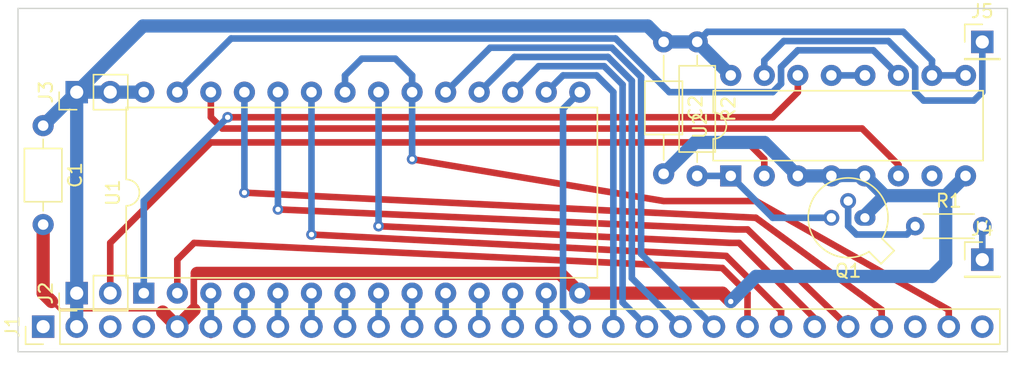
<source format=kicad_pcb>
(kicad_pcb (version 20171130) (host pcbnew "(5.1.12)-1")

  (general
    (thickness 1.6)
    (drawings 4)
    (tracks 161)
    (zones 0)
    (modules 12)
    (nets 33)
  )

  (page A4)
  (layers
    (0 F.Cu signal)
    (31 B.Cu signal)
    (32 B.Adhes user)
    (33 F.Adhes user)
    (34 B.Paste user)
    (35 F.Paste user)
    (36 B.SilkS user)
    (37 F.SilkS user)
    (38 B.Mask user)
    (39 F.Mask user)
    (40 Dwgs.User user)
    (41 Cmts.User user)
    (42 Eco1.User user)
    (43 Eco2.User user)
    (44 Edge.Cuts user)
    (45 Margin user)
    (46 B.CrtYd user)
    (47 F.CrtYd user)
    (48 B.Fab user)
    (49 F.Fab user)
  )

  (setup
    (last_trace_width 0.5)
    (user_trace_width 0.5)
    (user_trace_width 1)
    (trace_clearance 0.2)
    (zone_clearance 0.508)
    (zone_45_only no)
    (trace_min 0.2)
    (via_size 0.8)
    (via_drill 0.4)
    (via_min_size 0.4)
    (via_min_drill 0.3)
    (uvia_size 0.3)
    (uvia_drill 0.1)
    (uvias_allowed no)
    (uvia_min_size 0.2)
    (uvia_min_drill 0.1)
    (edge_width 0.05)
    (segment_width 0.2)
    (pcb_text_width 0.3)
    (pcb_text_size 1.5 1.5)
    (mod_edge_width 0.12)
    (mod_text_size 1 1)
    (mod_text_width 0.15)
    (pad_size 1.524 1.524)
    (pad_drill 0.762)
    (pad_to_mask_clearance 0)
    (aux_axis_origin 0 0)
    (visible_elements FFFFFF7F)
    (pcbplotparams
      (layerselection 0x010fc_ffffffff)
      (usegerberextensions false)
      (usegerberattributes true)
      (usegerberadvancedattributes true)
      (creategerberjobfile true)
      (excludeedgelayer true)
      (linewidth 0.100000)
      (plotframeref false)
      (viasonmask false)
      (mode 1)
      (useauxorigin false)
      (hpglpennumber 1)
      (hpglpenspeed 20)
      (hpglpendiameter 15.000000)
      (psnegative false)
      (psa4output false)
      (plotreference true)
      (plotvalue true)
      (plotinvisibletext false)
      (padsonsilk false)
      (subtractmaskfromsilk false)
      (outputformat 1)
      (mirror false)
      (drillshape 1)
      (scaleselection 1)
      (outputdirectory ""))
  )

  (net 0 "")
  (net 1 GND)
  (net 2 VCC)
  (net 3 /CS)
  (net 4 /A8)
  (net 5 /A9)
  (net 6 /A10)
  (net 7 /A11)
  (net 8 /A12)
  (net 9 /D7)
  (net 10 /D6)
  (net 11 /D5)
  (net 12 /D4)
  (net 13 /D3)
  (net 14 /D2)
  (net 15 /D1)
  (net 16 /D0)
  (net 17 /A0)
  (net 18 /A1)
  (net 19 /A2)
  (net 20 /A3)
  (net 21 /A4)
  (net 22 /A5)
  (net 23 /A6)
  (net 24 /A7)
  (net 25 /A16)
  (net 26 "Net-(J4-Pad1)")
  (net 27 "Net-(J5-Pad1)")
  (net 28 "Net-(Q1-Pad3)")
  (net 29 "Net-(Q1-Pad2)")
  (net 30 /A14)
  (net 31 /A13)
  (net 32 /A15)

  (net_class Default "This is the default net class."
    (clearance 0.2)
    (trace_width 0.25)
    (via_dia 0.8)
    (via_drill 0.4)
    (uvia_dia 0.3)
    (uvia_drill 0.1)
    (add_net /A0)
    (add_net /A1)
    (add_net /A10)
    (add_net /A11)
    (add_net /A12)
    (add_net /A13)
    (add_net /A14)
    (add_net /A15)
    (add_net /A16)
    (add_net /A2)
    (add_net /A3)
    (add_net /A4)
    (add_net /A5)
    (add_net /A6)
    (add_net /A7)
    (add_net /A8)
    (add_net /A9)
    (add_net /CS)
    (add_net /D0)
    (add_net /D1)
    (add_net /D2)
    (add_net /D3)
    (add_net /D4)
    (add_net /D5)
    (add_net /D6)
    (add_net /D7)
    (add_net GND)
    (add_net "Net-(J4-Pad1)")
    (add_net "Net-(J5-Pad1)")
    (add_net "Net-(Q1-Pad2)")
    (add_net "Net-(Q1-Pad3)")
    (add_net VCC)
  )

  (module Package_TO_SOT_THT:TO-18-3 (layer F.Cu) (tedit 5A02FF81) (tstamp 627FF573)
    (at 133.35 86.995 180)
    (descr TO-18-3)
    (tags TO-18-3)
    (path /6296642A)
    (fp_text reference Q1 (at 1.27 -4.02) (layer F.SilkS)
      (effects (font (size 1 1) (thickness 0.15)))
    )
    (fp_text value BC107 (at 1.27 4.02) (layer F.Fab)
      (effects (font (size 1 1) (thickness 0.15)))
    )
    (fp_arc (start 1.27 0) (end -0.312331 -2.572281) (angle 333.2) (layer F.SilkS) (width 0.12))
    (fp_arc (start 1.27 0) (end -0.329057 -2.419301) (angle 336.9) (layer F.Fab) (width 0.1))
    (fp_text user %R (at 1.27 -4.02) (layer F.Fab)
      (effects (font (size 1 1) (thickness 0.15)))
    )
    (fp_line (start -0.329057 -2.419301) (end -1.156372 -3.246616) (layer F.Fab) (width 0.1))
    (fp_line (start -1.156372 -3.246616) (end -1.976616 -2.426372) (layer F.Fab) (width 0.1))
    (fp_line (start -1.976616 -2.426372) (end -1.149301 -1.599057) (layer F.Fab) (width 0.1))
    (fp_line (start -0.312331 -2.572281) (end -1.224499 -3.484448) (layer F.SilkS) (width 0.12))
    (fp_line (start -1.224499 -3.484448) (end -2.214448 -2.494499) (layer F.SilkS) (width 0.12))
    (fp_line (start -2.214448 -2.494499) (end -1.302281 -1.582331) (layer F.SilkS) (width 0.12))
    (fp_line (start -2.23 -3.5) (end -2.23 3.15) (layer F.CrtYd) (width 0.05))
    (fp_line (start -2.23 3.15) (end 4.42 3.15) (layer F.CrtYd) (width 0.05))
    (fp_line (start 4.42 3.15) (end 4.42 -3.5) (layer F.CrtYd) (width 0.05))
    (fp_line (start 4.42 -3.5) (end -2.23 -3.5) (layer F.CrtYd) (width 0.05))
    (fp_circle (center 1.27 0) (end 3.67 0) (layer F.Fab) (width 0.1))
    (pad 3 thru_hole oval (at 2.54 0 180) (size 1.2 1.2) (drill 0.7) (layers *.Cu *.Mask)
      (net 28 "Net-(Q1-Pad3)"))
    (pad 2 thru_hole oval (at 1.27 1.27 180) (size 1.2 1.2) (drill 0.7) (layers *.Cu *.Mask)
      (net 29 "Net-(Q1-Pad2)"))
    (pad 1 thru_hole oval (at 0 0 180) (size 1.6 1.2) (drill 0.7) (layers *.Cu *.Mask)
      (net 1 GND))
    (model ${KISYS3DMOD}/Package_TO_SOT_THT.3dshapes/TO-18-3.wrl
      (at (xyz 0 0 0))
      (scale (xyz 1 1 1))
      (rotate (xyz 0 0 0))
    )
  )

  (module Package_DIP:DIP-16_W7.62mm (layer F.Cu) (tedit 5A02E8C5) (tstamp 627FE054)
    (at 123.19 83.82 90)
    (descr "16-lead though-hole mounted DIP package, row spacing 7.62 mm (300 mils)")
    (tags "THT DIP DIL PDIP 2.54mm 7.62mm 300mil")
    (path /628022E1)
    (fp_text reference U2 (at 3.81 -2.33 90) (layer F.SilkS)
      (effects (font (size 1 1) (thickness 0.15)))
    )
    (fp_text value 4029 (at 3.81 20.11 90) (layer F.Fab)
      (effects (font (size 1 1) (thickness 0.15)))
    )
    (fp_text user %R (at 3.81 8.89 90) (layer F.Fab)
      (effects (font (size 1 1) (thickness 0.15)))
    )
    (fp_arc (start 3.81 -1.33) (end 2.81 -1.33) (angle -180) (layer F.SilkS) (width 0.12))
    (fp_line (start 1.635 -1.27) (end 6.985 -1.27) (layer F.Fab) (width 0.1))
    (fp_line (start 6.985 -1.27) (end 6.985 19.05) (layer F.Fab) (width 0.1))
    (fp_line (start 6.985 19.05) (end 0.635 19.05) (layer F.Fab) (width 0.1))
    (fp_line (start 0.635 19.05) (end 0.635 -0.27) (layer F.Fab) (width 0.1))
    (fp_line (start 0.635 -0.27) (end 1.635 -1.27) (layer F.Fab) (width 0.1))
    (fp_line (start 2.81 -1.33) (end 1.16 -1.33) (layer F.SilkS) (width 0.12))
    (fp_line (start 1.16 -1.33) (end 1.16 19.11) (layer F.SilkS) (width 0.12))
    (fp_line (start 1.16 19.11) (end 6.46 19.11) (layer F.SilkS) (width 0.12))
    (fp_line (start 6.46 19.11) (end 6.46 -1.33) (layer F.SilkS) (width 0.12))
    (fp_line (start 6.46 -1.33) (end 4.81 -1.33) (layer F.SilkS) (width 0.12))
    (fp_line (start -1.1 -1.55) (end -1.1 19.3) (layer F.CrtYd) (width 0.05))
    (fp_line (start -1.1 19.3) (end 8.7 19.3) (layer F.CrtYd) (width 0.05))
    (fp_line (start 8.7 19.3) (end 8.7 -1.55) (layer F.CrtYd) (width 0.05))
    (fp_line (start 8.7 -1.55) (end -1.1 -1.55) (layer F.CrtYd) (width 0.05))
    (pad 16 thru_hole oval (at 7.62 0 90) (size 1.6 1.6) (drill 0.8) (layers *.Cu *.Mask)
      (net 2 VCC))
    (pad 8 thru_hole oval (at 0 17.78 90) (size 1.6 1.6) (drill 0.8) (layers *.Cu *.Mask)
      (net 1 GND))
    (pad 15 thru_hole oval (at 7.62 2.54 90) (size 1.6 1.6) (drill 0.8) (layers *.Cu *.Mask)
      (net 27 "Net-(J5-Pad1)"))
    (pad 7 thru_hole oval (at 0 15.24 90) (size 1.6 1.6) (drill 0.8) (layers *.Cu *.Mask))
    (pad 14 thru_hole oval (at 7.62 5.08 90) (size 1.6 1.6) (drill 0.8) (layers *.Cu *.Mask)
      (net 32 /A15))
    (pad 6 thru_hole oval (at 0 12.7 90) (size 1.6 1.6) (drill 0.8) (layers *.Cu *.Mask)
      (net 31 /A13))
    (pad 13 thru_hole oval (at 7.62 7.62 90) (size 1.6 1.6) (drill 0.8) (layers *.Cu *.Mask)
      (net 1 GND))
    (pad 5 thru_hole oval (at 0 10.16 90) (size 1.6 1.6) (drill 0.8) (layers *.Cu *.Mask)
      (net 1 GND))
    (pad 12 thru_hole oval (at 7.62 10.16 90) (size 1.6 1.6) (drill 0.8) (layers *.Cu *.Mask)
      (net 1 GND))
    (pad 4 thru_hole oval (at 0 7.62 90) (size 1.6 1.6) (drill 0.8) (layers *.Cu *.Mask)
      (net 1 GND))
    (pad 11 thru_hole oval (at 7.62 12.7 90) (size 1.6 1.6) (drill 0.8) (layers *.Cu *.Mask)
      (net 30 /A14))
    (pad 3 thru_hole oval (at 0 5.08 90) (size 1.6 1.6) (drill 0.8) (layers *.Cu *.Mask)
      (net 1 GND))
    (pad 10 thru_hole oval (at 7.62 15.24 90) (size 1.6 1.6) (drill 0.8) (layers *.Cu *.Mask)
      (net 2 VCC))
    (pad 2 thru_hole oval (at 0 2.54 90) (size 1.6 1.6) (drill 0.8) (layers *.Cu *.Mask)
      (net 25 /A16))
    (pad 9 thru_hole oval (at 7.62 17.78 90) (size 1.6 1.6) (drill 0.8) (layers *.Cu *.Mask)
      (net 2 VCC))
    (pad 1 thru_hole rect (at 0 0 90) (size 1.6 1.6) (drill 0.8) (layers *.Cu *.Mask)
      (net 28 "Net-(Q1-Pad3)"))
    (model ${KISYS3DMOD}/Package_DIP.3dshapes/DIP-16_W7.62mm.wrl
      (at (xyz 0 0 0))
      (scale (xyz 1 1 1))
      (rotate (xyz 0 0 0))
    )
  )

  (module Package_DIP:DIP-28_W15.24mm (layer F.Cu) (tedit 5A02E8C5) (tstamp 627FE030)
    (at 78.74 92.71 90)
    (descr "28-lead though-hole mounted DIP package, row spacing 15.24 mm (600 mils)")
    (tags "THT DIP DIL PDIP 2.54mm 15.24mm 600mil")
    (path /627FE5A9)
    (fp_text reference U1 (at 7.62 -2.33 90) (layer F.SilkS)
      (effects (font (size 1 1) (thickness 0.15)))
    )
    (fp_text value 27C512 (at 7.62 35.35 90) (layer F.Fab)
      (effects (font (size 1 1) (thickness 0.15)))
    )
    (fp_text user %R (at 7.62 16.51 90) (layer F.Fab)
      (effects (font (size 1 1) (thickness 0.15)))
    )
    (fp_arc (start 7.62 -1.33) (end 6.62 -1.33) (angle -180) (layer F.SilkS) (width 0.12))
    (fp_line (start 1.255 -1.27) (end 14.985 -1.27) (layer F.Fab) (width 0.1))
    (fp_line (start 14.985 -1.27) (end 14.985 34.29) (layer F.Fab) (width 0.1))
    (fp_line (start 14.985 34.29) (end 0.255 34.29) (layer F.Fab) (width 0.1))
    (fp_line (start 0.255 34.29) (end 0.255 -0.27) (layer F.Fab) (width 0.1))
    (fp_line (start 0.255 -0.27) (end 1.255 -1.27) (layer F.Fab) (width 0.1))
    (fp_line (start 6.62 -1.33) (end 1.16 -1.33) (layer F.SilkS) (width 0.12))
    (fp_line (start 1.16 -1.33) (end 1.16 34.35) (layer F.SilkS) (width 0.12))
    (fp_line (start 1.16 34.35) (end 14.08 34.35) (layer F.SilkS) (width 0.12))
    (fp_line (start 14.08 34.35) (end 14.08 -1.33) (layer F.SilkS) (width 0.12))
    (fp_line (start 14.08 -1.33) (end 8.62 -1.33) (layer F.SilkS) (width 0.12))
    (fp_line (start -1.05 -1.55) (end -1.05 34.55) (layer F.CrtYd) (width 0.05))
    (fp_line (start -1.05 34.55) (end 16.3 34.55) (layer F.CrtYd) (width 0.05))
    (fp_line (start 16.3 34.55) (end 16.3 -1.55) (layer F.CrtYd) (width 0.05))
    (fp_line (start 16.3 -1.55) (end -1.05 -1.55) (layer F.CrtYd) (width 0.05))
    (pad 28 thru_hole oval (at 15.24 0 90) (size 1.6 1.6) (drill 0.8) (layers *.Cu *.Mask)
      (net 2 VCC))
    (pad 14 thru_hole oval (at 0 33.02 90) (size 1.6 1.6) (drill 0.8) (layers *.Cu *.Mask)
      (net 1 GND))
    (pad 27 thru_hole oval (at 15.24 2.54 90) (size 1.6 1.6) (drill 0.8) (layers *.Cu *.Mask)
      (net 30 /A14))
    (pad 13 thru_hole oval (at 0 30.48 90) (size 1.6 1.6) (drill 0.8) (layers *.Cu *.Mask)
      (net 14 /D2))
    (pad 26 thru_hole oval (at 15.24 5.08 90) (size 1.6 1.6) (drill 0.8) (layers *.Cu *.Mask)
      (net 31 /A13))
    (pad 12 thru_hole oval (at 0 27.94 90) (size 1.6 1.6) (drill 0.8) (layers *.Cu *.Mask)
      (net 15 /D1))
    (pad 25 thru_hole oval (at 15.24 7.62 90) (size 1.6 1.6) (drill 0.8) (layers *.Cu *.Mask)
      (net 4 /A8))
    (pad 11 thru_hole oval (at 0 25.4 90) (size 1.6 1.6) (drill 0.8) (layers *.Cu *.Mask)
      (net 16 /D0))
    (pad 24 thru_hole oval (at 15.24 10.16 90) (size 1.6 1.6) (drill 0.8) (layers *.Cu *.Mask)
      (net 5 /A9))
    (pad 10 thru_hole oval (at 0 22.86 90) (size 1.6 1.6) (drill 0.8) (layers *.Cu *.Mask)
      (net 17 /A0))
    (pad 23 thru_hole oval (at 15.24 12.7 90) (size 1.6 1.6) (drill 0.8) (layers *.Cu *.Mask)
      (net 7 /A11))
    (pad 9 thru_hole oval (at 0 20.32 90) (size 1.6 1.6) (drill 0.8) (layers *.Cu *.Mask)
      (net 18 /A1))
    (pad 22 thru_hole oval (at 15.24 15.24 90) (size 1.6 1.6) (drill 0.8) (layers *.Cu *.Mask)
      (net 3 /CS))
    (pad 8 thru_hole oval (at 0 17.78 90) (size 1.6 1.6) (drill 0.8) (layers *.Cu *.Mask)
      (net 19 /A2))
    (pad 21 thru_hole oval (at 15.24 17.78 90) (size 1.6 1.6) (drill 0.8) (layers *.Cu *.Mask)
      (net 6 /A10))
    (pad 7 thru_hole oval (at 0 15.24 90) (size 1.6 1.6) (drill 0.8) (layers *.Cu *.Mask)
      (net 20 /A3))
    (pad 20 thru_hole oval (at 15.24 20.32 90) (size 1.6 1.6) (drill 0.8) (layers *.Cu *.Mask)
      (net 3 /CS))
    (pad 6 thru_hole oval (at 0 12.7 90) (size 1.6 1.6) (drill 0.8) (layers *.Cu *.Mask)
      (net 21 /A4))
    (pad 19 thru_hole oval (at 15.24 22.86 90) (size 1.6 1.6) (drill 0.8) (layers *.Cu *.Mask)
      (net 9 /D7))
    (pad 5 thru_hole oval (at 0 10.16 90) (size 1.6 1.6) (drill 0.8) (layers *.Cu *.Mask)
      (net 22 /A5))
    (pad 18 thru_hole oval (at 15.24 25.4 90) (size 1.6 1.6) (drill 0.8) (layers *.Cu *.Mask)
      (net 10 /D6))
    (pad 4 thru_hole oval (at 0 7.62 90) (size 1.6 1.6) (drill 0.8) (layers *.Cu *.Mask)
      (net 23 /A6))
    (pad 17 thru_hole oval (at 15.24 27.94 90) (size 1.6 1.6) (drill 0.8) (layers *.Cu *.Mask)
      (net 11 /D5))
    (pad 3 thru_hole oval (at 0 5.08 90) (size 1.6 1.6) (drill 0.8) (layers *.Cu *.Mask)
      (net 24 /A7))
    (pad 16 thru_hole oval (at 15.24 30.48 90) (size 1.6 1.6) (drill 0.8) (layers *.Cu *.Mask)
      (net 12 /D4))
    (pad 2 thru_hole oval (at 0 2.54 90) (size 1.6 1.6) (drill 0.8) (layers *.Cu *.Mask)
      (net 8 /A12))
    (pad 15 thru_hole oval (at 15.24 33.02 90) (size 1.6 1.6) (drill 0.8) (layers *.Cu *.Mask)
      (net 13 /D3))
    (pad 1 thru_hole rect (at 0 0 90) (size 1.6 1.6) (drill 0.8) (layers *.Cu *.Mask)
      (net 32 /A15))
    (model ${KISYS3DMOD}/Package_DIP.3dshapes/DIP-28_W15.24mm.wrl
      (at (xyz 0 0 0))
      (scale (xyz 1 1 1))
      (rotate (xyz 0 0 0))
    )
  )

  (module Resistor_THT:R_Axial_DIN0207_L6.3mm_D2.5mm_P10.16mm_Horizontal (layer F.Cu) (tedit 5AE5139B) (tstamp 627FE000)
    (at 120.65 73.66 270)
    (descr "Resistor, Axial_DIN0207 series, Axial, Horizontal, pin pitch=10.16mm, 0.25W = 1/4W, length*diameter=6.3*2.5mm^2, http://cdn-reichelt.de/documents/datenblatt/B400/1_4W%23YAG.pdf")
    (tags "Resistor Axial_DIN0207 series Axial Horizontal pin pitch 10.16mm 0.25W = 1/4W length 6.3mm diameter 2.5mm")
    (path /62804029)
    (fp_text reference R2 (at 5.08 -2.37 90) (layer F.SilkS)
      (effects (font (size 1 1) (thickness 0.15)))
    )
    (fp_text value 10k (at 5.08 2.37 90) (layer F.Fab)
      (effects (font (size 1 1) (thickness 0.15)))
    )
    (fp_text user %R (at 5.08 0 90) (layer F.Fab)
      (effects (font (size 1 1) (thickness 0.15)))
    )
    (fp_line (start 1.93 -1.25) (end 1.93 1.25) (layer F.Fab) (width 0.1))
    (fp_line (start 1.93 1.25) (end 8.23 1.25) (layer F.Fab) (width 0.1))
    (fp_line (start 8.23 1.25) (end 8.23 -1.25) (layer F.Fab) (width 0.1))
    (fp_line (start 8.23 -1.25) (end 1.93 -1.25) (layer F.Fab) (width 0.1))
    (fp_line (start 0 0) (end 1.93 0) (layer F.Fab) (width 0.1))
    (fp_line (start 10.16 0) (end 8.23 0) (layer F.Fab) (width 0.1))
    (fp_line (start 1.81 -1.37) (end 1.81 1.37) (layer F.SilkS) (width 0.12))
    (fp_line (start 1.81 1.37) (end 8.35 1.37) (layer F.SilkS) (width 0.12))
    (fp_line (start 8.35 1.37) (end 8.35 -1.37) (layer F.SilkS) (width 0.12))
    (fp_line (start 8.35 -1.37) (end 1.81 -1.37) (layer F.SilkS) (width 0.12))
    (fp_line (start 1.04 0) (end 1.81 0) (layer F.SilkS) (width 0.12))
    (fp_line (start 9.12 0) (end 8.35 0) (layer F.SilkS) (width 0.12))
    (fp_line (start -1.05 -1.5) (end -1.05 1.5) (layer F.CrtYd) (width 0.05))
    (fp_line (start -1.05 1.5) (end 11.21 1.5) (layer F.CrtYd) (width 0.05))
    (fp_line (start 11.21 1.5) (end 11.21 -1.5) (layer F.CrtYd) (width 0.05))
    (fp_line (start 11.21 -1.5) (end -1.05 -1.5) (layer F.CrtYd) (width 0.05))
    (pad 2 thru_hole oval (at 10.16 0 270) (size 1.6 1.6) (drill 0.8) (layers *.Cu *.Mask)
      (net 28 "Net-(Q1-Pad3)"))
    (pad 1 thru_hole circle (at 0 0 270) (size 1.6 1.6) (drill 0.8) (layers *.Cu *.Mask)
      (net 2 VCC))
    (model ${KISYS3DMOD}/Resistor_THT.3dshapes/R_Axial_DIN0207_L6.3mm_D2.5mm_P10.16mm_Horizontal.wrl
      (at (xyz 0 0 0))
      (scale (xyz 1 1 1))
      (rotate (xyz 0 0 0))
    )
  )

  (module Resistor_THT:R_Axial_DIN0204_L3.6mm_D1.6mm_P5.08mm_Horizontal (layer F.Cu) (tedit 5AE5139B) (tstamp 627FDFE9)
    (at 137.16 87.63)
    (descr "Resistor, Axial_DIN0204 series, Axial, Horizontal, pin pitch=5.08mm, 0.167W, length*diameter=3.6*1.6mm^2, http://cdn-reichelt.de/documents/datenblatt/B400/1_4W%23YAG.pdf")
    (tags "Resistor Axial_DIN0204 series Axial Horizontal pin pitch 5.08mm 0.167W length 3.6mm diameter 1.6mm")
    (path /6280E223)
    (fp_text reference R1 (at 2.54 -1.92) (layer F.SilkS)
      (effects (font (size 1 1) (thickness 0.15)))
    )
    (fp_text value 1k (at 2.54 1.92) (layer F.Fab)
      (effects (font (size 1 1) (thickness 0.15)))
    )
    (fp_text user %R (at 2.54 0) (layer F.Fab)
      (effects (font (size 0.72 0.72) (thickness 0.108)))
    )
    (fp_line (start 0.74 -0.8) (end 0.74 0.8) (layer F.Fab) (width 0.1))
    (fp_line (start 0.74 0.8) (end 4.34 0.8) (layer F.Fab) (width 0.1))
    (fp_line (start 4.34 0.8) (end 4.34 -0.8) (layer F.Fab) (width 0.1))
    (fp_line (start 4.34 -0.8) (end 0.74 -0.8) (layer F.Fab) (width 0.1))
    (fp_line (start 0 0) (end 0.74 0) (layer F.Fab) (width 0.1))
    (fp_line (start 5.08 0) (end 4.34 0) (layer F.Fab) (width 0.1))
    (fp_line (start 0.62 -0.92) (end 4.46 -0.92) (layer F.SilkS) (width 0.12))
    (fp_line (start 0.62 0.92) (end 4.46 0.92) (layer F.SilkS) (width 0.12))
    (fp_line (start -0.95 -1.05) (end -0.95 1.05) (layer F.CrtYd) (width 0.05))
    (fp_line (start -0.95 1.05) (end 6.03 1.05) (layer F.CrtYd) (width 0.05))
    (fp_line (start 6.03 1.05) (end 6.03 -1.05) (layer F.CrtYd) (width 0.05))
    (fp_line (start 6.03 -1.05) (end -0.95 -1.05) (layer F.CrtYd) (width 0.05))
    (pad 2 thru_hole oval (at 5.08 0) (size 1.4 1.4) (drill 0.7) (layers *.Cu *.Mask)
      (net 26 "Net-(J4-Pad1)"))
    (pad 1 thru_hole circle (at 0 0) (size 1.4 1.4) (drill 0.7) (layers *.Cu *.Mask)
      (net 29 "Net-(Q1-Pad2)"))
    (model ${KISYS3DMOD}/Resistor_THT.3dshapes/R_Axial_DIN0204_L3.6mm_D1.6mm_P5.08mm_Horizontal.wrl
      (at (xyz 0 0 0))
      (scale (xyz 1 1 1))
      (rotate (xyz 0 0 0))
    )
  )

  (module Connector_PinHeader_2.54mm:PinHeader_1x01_P2.54mm_Vertical (layer F.Cu) (tedit 59FED5CC) (tstamp 627FDFC1)
    (at 142.24 73.66)
    (descr "Through hole straight pin header, 1x01, 2.54mm pitch, single row")
    (tags "Through hole pin header THT 1x01 2.54mm single row")
    (path /6280DC36)
    (fp_text reference J5 (at 0 -2.33) (layer F.SilkS)
      (effects (font (size 1 1) (thickness 0.15)))
    )
    (fp_text value Schritt (at 0 2.33) (layer F.Fab)
      (effects (font (size 1 1) (thickness 0.15)))
    )
    (fp_text user %R (at 0 0 90) (layer F.Fab)
      (effects (font (size 1 1) (thickness 0.15)))
    )
    (fp_line (start -0.635 -1.27) (end 1.27 -1.27) (layer F.Fab) (width 0.1))
    (fp_line (start 1.27 -1.27) (end 1.27 1.27) (layer F.Fab) (width 0.1))
    (fp_line (start 1.27 1.27) (end -1.27 1.27) (layer F.Fab) (width 0.1))
    (fp_line (start -1.27 1.27) (end -1.27 -0.635) (layer F.Fab) (width 0.1))
    (fp_line (start -1.27 -0.635) (end -0.635 -1.27) (layer F.Fab) (width 0.1))
    (fp_line (start -1.33 1.33) (end 1.33 1.33) (layer F.SilkS) (width 0.12))
    (fp_line (start -1.33 1.27) (end -1.33 1.33) (layer F.SilkS) (width 0.12))
    (fp_line (start 1.33 1.27) (end 1.33 1.33) (layer F.SilkS) (width 0.12))
    (fp_line (start -1.33 1.27) (end 1.33 1.27) (layer F.SilkS) (width 0.12))
    (fp_line (start -1.33 0) (end -1.33 -1.33) (layer F.SilkS) (width 0.12))
    (fp_line (start -1.33 -1.33) (end 0 -1.33) (layer F.SilkS) (width 0.12))
    (fp_line (start -1.8 -1.8) (end -1.8 1.8) (layer F.CrtYd) (width 0.05))
    (fp_line (start -1.8 1.8) (end 1.8 1.8) (layer F.CrtYd) (width 0.05))
    (fp_line (start 1.8 1.8) (end 1.8 -1.8) (layer F.CrtYd) (width 0.05))
    (fp_line (start 1.8 -1.8) (end -1.8 -1.8) (layer F.CrtYd) (width 0.05))
    (pad 1 thru_hole rect (at 0 0) (size 1.7 1.7) (drill 1) (layers *.Cu *.Mask)
      (net 27 "Net-(J5-Pad1)"))
    (model ${KISYS3DMOD}/Connector_PinHeader_2.54mm.3dshapes/PinHeader_1x01_P2.54mm_Vertical.wrl
      (at (xyz 0 0 0))
      (scale (xyz 1 1 1))
      (rotate (xyz 0 0 0))
    )
  )

  (module Connector_PinHeader_2.54mm:PinHeader_1x01_P2.54mm_Vertical (layer F.Cu) (tedit 59FED5CC) (tstamp 627FDFAC)
    (at 142.24 90.17)
    (descr "Through hole straight pin header, 1x01, 2.54mm pitch, single row")
    (tags "Through hole pin header THT 1x01 2.54mm single row")
    (path /6280D372)
    (fp_text reference J4 (at 0 -2.33) (layer F.SilkS)
      (effects (font (size 1 1) (thickness 0.15)))
    )
    (fp_text value /0 (at 0 2.33) (layer F.Fab)
      (effects (font (size 1 1) (thickness 0.15)))
    )
    (fp_text user %R (at 0 0 90) (layer F.Fab)
      (effects (font (size 1 1) (thickness 0.15)))
    )
    (fp_line (start -0.635 -1.27) (end 1.27 -1.27) (layer F.Fab) (width 0.1))
    (fp_line (start 1.27 -1.27) (end 1.27 1.27) (layer F.Fab) (width 0.1))
    (fp_line (start 1.27 1.27) (end -1.27 1.27) (layer F.Fab) (width 0.1))
    (fp_line (start -1.27 1.27) (end -1.27 -0.635) (layer F.Fab) (width 0.1))
    (fp_line (start -1.27 -0.635) (end -0.635 -1.27) (layer F.Fab) (width 0.1))
    (fp_line (start -1.33 1.33) (end 1.33 1.33) (layer F.SilkS) (width 0.12))
    (fp_line (start -1.33 1.27) (end -1.33 1.33) (layer F.SilkS) (width 0.12))
    (fp_line (start 1.33 1.27) (end 1.33 1.33) (layer F.SilkS) (width 0.12))
    (fp_line (start -1.33 1.27) (end 1.33 1.27) (layer F.SilkS) (width 0.12))
    (fp_line (start -1.33 0) (end -1.33 -1.33) (layer F.SilkS) (width 0.12))
    (fp_line (start -1.33 -1.33) (end 0 -1.33) (layer F.SilkS) (width 0.12))
    (fp_line (start -1.8 -1.8) (end -1.8 1.8) (layer F.CrtYd) (width 0.05))
    (fp_line (start -1.8 1.8) (end 1.8 1.8) (layer F.CrtYd) (width 0.05))
    (fp_line (start 1.8 1.8) (end 1.8 -1.8) (layer F.CrtYd) (width 0.05))
    (fp_line (start 1.8 -1.8) (end -1.8 -1.8) (layer F.CrtYd) (width 0.05))
    (pad 1 thru_hole rect (at 0 0) (size 1.7 1.7) (drill 1) (layers *.Cu *.Mask)
      (net 26 "Net-(J4-Pad1)"))
    (model ${KISYS3DMOD}/Connector_PinHeader_2.54mm.3dshapes/PinHeader_1x01_P2.54mm_Vertical.wrl
      (at (xyz 0 0 0))
      (scale (xyz 1 1 1))
      (rotate (xyz 0 0 0))
    )
  )

  (module Connector_PinHeader_2.54mm:PinHeader_1x02_P2.54mm_Vertical (layer F.Cu) (tedit 59FED5CC) (tstamp 627FE597)
    (at 73.66 77.47 90)
    (descr "Through hole straight pin header, 1x02, 2.54mm pitch, single row")
    (tags "Through hole pin header THT 1x02 2.54mm single row")
    (path /62811BFA)
    (fp_text reference J3 (at 0 -2.33 90) (layer F.SilkS)
      (effects (font (size 1 1) (thickness 0.15)))
    )
    (fp_text value Conn_01x02 (at 0 4.87 90) (layer F.Fab)
      (effects (font (size 1 1) (thickness 0.15)))
    )
    (fp_text user %R (at 0 1.27) (layer F.Fab)
      (effects (font (size 1 1) (thickness 0.15)))
    )
    (fp_line (start -0.635 -1.27) (end 1.27 -1.27) (layer F.Fab) (width 0.1))
    (fp_line (start 1.27 -1.27) (end 1.27 3.81) (layer F.Fab) (width 0.1))
    (fp_line (start 1.27 3.81) (end -1.27 3.81) (layer F.Fab) (width 0.1))
    (fp_line (start -1.27 3.81) (end -1.27 -0.635) (layer F.Fab) (width 0.1))
    (fp_line (start -1.27 -0.635) (end -0.635 -1.27) (layer F.Fab) (width 0.1))
    (fp_line (start -1.33 3.87) (end 1.33 3.87) (layer F.SilkS) (width 0.12))
    (fp_line (start -1.33 1.27) (end -1.33 3.87) (layer F.SilkS) (width 0.12))
    (fp_line (start 1.33 1.27) (end 1.33 3.87) (layer F.SilkS) (width 0.12))
    (fp_line (start -1.33 1.27) (end 1.33 1.27) (layer F.SilkS) (width 0.12))
    (fp_line (start -1.33 0) (end -1.33 -1.33) (layer F.SilkS) (width 0.12))
    (fp_line (start -1.33 -1.33) (end 0 -1.33) (layer F.SilkS) (width 0.12))
    (fp_line (start -1.8 -1.8) (end -1.8 4.35) (layer F.CrtYd) (width 0.05))
    (fp_line (start -1.8 4.35) (end 1.8 4.35) (layer F.CrtYd) (width 0.05))
    (fp_line (start 1.8 4.35) (end 1.8 -1.8) (layer F.CrtYd) (width 0.05))
    (fp_line (start 1.8 -1.8) (end -1.8 -1.8) (layer F.CrtYd) (width 0.05))
    (pad 2 thru_hole oval (at 0 2.54 90) (size 1.7 1.7) (drill 1) (layers *.Cu *.Mask)
      (net 2 VCC))
    (pad 1 thru_hole rect (at 0 0 90) (size 1.7 1.7) (drill 1) (layers *.Cu *.Mask)
      (net 2 VCC))
    (model ${KISYS3DMOD}/Connector_PinHeader_2.54mm.3dshapes/PinHeader_1x02_P2.54mm_Vertical.wrl
      (at (xyz 0 0 0))
      (scale (xyz 1 1 1))
      (rotate (xyz 0 0 0))
    )
  )

  (module Connector_PinHeader_2.54mm:PinHeader_1x02_P2.54mm_Vertical (layer F.Cu) (tedit 59FED5CC) (tstamp 627FE80D)
    (at 73.66 92.71 90)
    (descr "Through hole straight pin header, 1x02, 2.54mm pitch, single row")
    (tags "Through hole pin header THT 1x02 2.54mm single row")
    (path /628121A2)
    (fp_text reference J2 (at 0 -2.33 90) (layer F.SilkS)
      (effects (font (size 1 1) (thickness 0.15)))
    )
    (fp_text value Conn_01x02 (at 0 4.87 90) (layer F.Fab)
      (effects (font (size 1 1) (thickness 0.15)))
    )
    (fp_text user %R (at 0 1.27) (layer F.Fab)
      (effects (font (size 1 1) (thickness 0.15)))
    )
    (fp_line (start -0.635 -1.27) (end 1.27 -1.27) (layer F.Fab) (width 0.1))
    (fp_line (start 1.27 -1.27) (end 1.27 3.81) (layer F.Fab) (width 0.1))
    (fp_line (start 1.27 3.81) (end -1.27 3.81) (layer F.Fab) (width 0.1))
    (fp_line (start -1.27 3.81) (end -1.27 -0.635) (layer F.Fab) (width 0.1))
    (fp_line (start -1.27 -0.635) (end -0.635 -1.27) (layer F.Fab) (width 0.1))
    (fp_line (start -1.33 3.87) (end 1.33 3.87) (layer F.SilkS) (width 0.12))
    (fp_line (start -1.33 1.27) (end -1.33 3.87) (layer F.SilkS) (width 0.12))
    (fp_line (start 1.33 1.27) (end 1.33 3.87) (layer F.SilkS) (width 0.12))
    (fp_line (start -1.33 1.27) (end 1.33 1.27) (layer F.SilkS) (width 0.12))
    (fp_line (start -1.33 0) (end -1.33 -1.33) (layer F.SilkS) (width 0.12))
    (fp_line (start -1.33 -1.33) (end 0 -1.33) (layer F.SilkS) (width 0.12))
    (fp_line (start -1.8 -1.8) (end -1.8 4.35) (layer F.CrtYd) (width 0.05))
    (fp_line (start -1.8 4.35) (end 1.8 4.35) (layer F.CrtYd) (width 0.05))
    (fp_line (start 1.8 4.35) (end 1.8 -1.8) (layer F.CrtYd) (width 0.05))
    (fp_line (start 1.8 -1.8) (end -1.8 -1.8) (layer F.CrtYd) (width 0.05))
    (pad 2 thru_hole oval (at 0 2.54 90) (size 1.7 1.7) (drill 1) (layers *.Cu *.Mask)
      (net 25 /A16))
    (pad 1 thru_hole rect (at 0 0 90) (size 1.7 1.7) (drill 1) (layers *.Cu *.Mask)
      (net 2 VCC))
    (model ${KISYS3DMOD}/Connector_PinHeader_2.54mm.3dshapes/PinHeader_1x02_P2.54mm_Vertical.wrl
      (at (xyz 0 0 0))
      (scale (xyz 1 1 1))
      (rotate (xyz 0 0 0))
    )
  )

  (module Connector_PinHeader_2.54mm:PinHeader_1x29_P2.54mm_Vertical (layer F.Cu) (tedit 59FED5CC) (tstamp 627FDF6B)
    (at 71.12 95.25 90)
    (descr "Through hole straight pin header, 1x29, 2.54mm pitch, single row")
    (tags "Through hole pin header THT 1x29 2.54mm single row")
    (path /627FBF9E)
    (fp_text reference J1 (at 0 -2.33 90) (layer F.SilkS)
      (effects (font (size 1 1) (thickness 0.15)))
    )
    (fp_text value Conn_01x29 (at 0 73.45 90) (layer F.Fab)
      (effects (font (size 1 1) (thickness 0.15)))
    )
    (fp_text user %R (at 0 35.56) (layer F.Fab)
      (effects (font (size 1 1) (thickness 0.15)))
    )
    (fp_line (start -0.635 -1.27) (end 1.27 -1.27) (layer F.Fab) (width 0.1))
    (fp_line (start 1.27 -1.27) (end 1.27 72.39) (layer F.Fab) (width 0.1))
    (fp_line (start 1.27 72.39) (end -1.27 72.39) (layer F.Fab) (width 0.1))
    (fp_line (start -1.27 72.39) (end -1.27 -0.635) (layer F.Fab) (width 0.1))
    (fp_line (start -1.27 -0.635) (end -0.635 -1.27) (layer F.Fab) (width 0.1))
    (fp_line (start -1.33 72.45) (end 1.33 72.45) (layer F.SilkS) (width 0.12))
    (fp_line (start -1.33 1.27) (end -1.33 72.45) (layer F.SilkS) (width 0.12))
    (fp_line (start 1.33 1.27) (end 1.33 72.45) (layer F.SilkS) (width 0.12))
    (fp_line (start -1.33 1.27) (end 1.33 1.27) (layer F.SilkS) (width 0.12))
    (fp_line (start -1.33 0) (end -1.33 -1.33) (layer F.SilkS) (width 0.12))
    (fp_line (start -1.33 -1.33) (end 0 -1.33) (layer F.SilkS) (width 0.12))
    (fp_line (start -1.8 -1.8) (end -1.8 72.9) (layer F.CrtYd) (width 0.05))
    (fp_line (start -1.8 72.9) (end 1.8 72.9) (layer F.CrtYd) (width 0.05))
    (fp_line (start 1.8 72.9) (end 1.8 -1.8) (layer F.CrtYd) (width 0.05))
    (fp_line (start 1.8 -1.8) (end -1.8 -1.8) (layer F.CrtYd) (width 0.05))
    (pad 29 thru_hole oval (at 0 71.12 90) (size 1.7 1.7) (drill 1) (layers *.Cu *.Mask))
    (pad 28 thru_hole oval (at 0 68.58 90) (size 1.7 1.7) (drill 1) (layers *.Cu *.Mask)
      (net 3 /CS))
    (pad 27 thru_hole oval (at 0 66.04 90) (size 1.7 1.7) (drill 1) (layers *.Cu *.Mask))
    (pad 26 thru_hole oval (at 0 63.5 90) (size 1.7 1.7) (drill 1) (layers *.Cu *.Mask)
      (net 4 /A8))
    (pad 25 thru_hole oval (at 0 60.96 90) (size 1.7 1.7) (drill 1) (layers *.Cu *.Mask)
      (net 5 /A9))
    (pad 24 thru_hole oval (at 0 58.42 90) (size 1.7 1.7) (drill 1) (layers *.Cu *.Mask)
      (net 6 /A10))
    (pad 23 thru_hole oval (at 0 55.88 90) (size 1.7 1.7) (drill 1) (layers *.Cu *.Mask)
      (net 7 /A11))
    (pad 22 thru_hole oval (at 0 53.34 90) (size 1.7 1.7) (drill 1) (layers *.Cu *.Mask)
      (net 8 /A12))
    (pad 21 thru_hole oval (at 0 50.8 90) (size 1.7 1.7) (drill 1) (layers *.Cu *.Mask)
      (net 9 /D7))
    (pad 20 thru_hole oval (at 0 48.26 90) (size 1.7 1.7) (drill 1) (layers *.Cu *.Mask)
      (net 10 /D6))
    (pad 19 thru_hole oval (at 0 45.72 90) (size 1.7 1.7) (drill 1) (layers *.Cu *.Mask)
      (net 11 /D5))
    (pad 18 thru_hole oval (at 0 43.18 90) (size 1.7 1.7) (drill 1) (layers *.Cu *.Mask)
      (net 12 /D4))
    (pad 17 thru_hole oval (at 0 40.64 90) (size 1.7 1.7) (drill 1) (layers *.Cu *.Mask)
      (net 13 /D3))
    (pad 16 thru_hole oval (at 0 38.1 90) (size 1.7 1.7) (drill 1) (layers *.Cu *.Mask)
      (net 14 /D2))
    (pad 15 thru_hole oval (at 0 35.56 90) (size 1.7 1.7) (drill 1) (layers *.Cu *.Mask)
      (net 15 /D1))
    (pad 14 thru_hole oval (at 0 33.02 90) (size 1.7 1.7) (drill 1) (layers *.Cu *.Mask)
      (net 16 /D0))
    (pad 13 thru_hole oval (at 0 30.48 90) (size 1.7 1.7) (drill 1) (layers *.Cu *.Mask)
      (net 17 /A0))
    (pad 12 thru_hole oval (at 0 27.94 90) (size 1.7 1.7) (drill 1) (layers *.Cu *.Mask)
      (net 18 /A1))
    (pad 11 thru_hole oval (at 0 25.4 90) (size 1.7 1.7) (drill 1) (layers *.Cu *.Mask)
      (net 19 /A2))
    (pad 10 thru_hole oval (at 0 22.86 90) (size 1.7 1.7) (drill 1) (layers *.Cu *.Mask)
      (net 20 /A3))
    (pad 9 thru_hole oval (at 0 20.32 90) (size 1.7 1.7) (drill 1) (layers *.Cu *.Mask)
      (net 21 /A4))
    (pad 8 thru_hole oval (at 0 17.78 90) (size 1.7 1.7) (drill 1) (layers *.Cu *.Mask)
      (net 22 /A5))
    (pad 7 thru_hole oval (at 0 15.24 90) (size 1.7 1.7) (drill 1) (layers *.Cu *.Mask)
      (net 23 /A6))
    (pad 6 thru_hole oval (at 0 12.7 90) (size 1.7 1.7) (drill 1) (layers *.Cu *.Mask)
      (net 24 /A7))
    (pad 5 thru_hole oval (at 0 10.16 90) (size 1.7 1.7) (drill 1) (layers *.Cu *.Mask)
      (net 1 GND))
    (pad 4 thru_hole oval (at 0 7.62 90) (size 1.7 1.7) (drill 1) (layers *.Cu *.Mask))
    (pad 3 thru_hole oval (at 0 5.08 90) (size 1.7 1.7) (drill 1) (layers *.Cu *.Mask))
    (pad 2 thru_hole oval (at 0 2.54 90) (size 1.7 1.7) (drill 1) (layers *.Cu *.Mask)
      (net 2 VCC))
    (pad 1 thru_hole rect (at 0 0 90) (size 1.7 1.7) (drill 1) (layers *.Cu *.Mask))
    (model ${KISYS3DMOD}/Connector_PinHeader_2.54mm.3dshapes/PinHeader_1x29_P2.54mm_Vertical.wrl
      (at (xyz 0 0 0))
      (scale (xyz 1 1 1))
      (rotate (xyz 0 0 0))
    )
  )

  (module Capacitor_THT:C_Axial_L3.8mm_D2.6mm_P10.00mm_Horizontal (layer F.Cu) (tedit 5AE50EF0) (tstamp 627FDF3A)
    (at 118.11 73.66 270)
    (descr "C, Axial series, Axial, Horizontal, pin pitch=10mm, , length*diameter=3.8*2.6mm^2, http://www.vishay.com/docs/45231/arseries.pdf")
    (tags "C Axial series Axial Horizontal pin pitch 10mm  length 3.8mm diameter 2.6mm")
    (path /628038C3)
    (fp_text reference C2 (at 5 -2.42 90) (layer F.SilkS)
      (effects (font (size 1 1) (thickness 0.15)))
    )
    (fp_text value C (at 5 2.42 90) (layer F.Fab)
      (effects (font (size 1 1) (thickness 0.15)))
    )
    (fp_text user %R (at 5 0 90) (layer F.Fab)
      (effects (font (size 0.76 0.76) (thickness 0.114)))
    )
    (fp_line (start 3.1 -1.3) (end 3.1 1.3) (layer F.Fab) (width 0.1))
    (fp_line (start 3.1 1.3) (end 6.9 1.3) (layer F.Fab) (width 0.1))
    (fp_line (start 6.9 1.3) (end 6.9 -1.3) (layer F.Fab) (width 0.1))
    (fp_line (start 6.9 -1.3) (end 3.1 -1.3) (layer F.Fab) (width 0.1))
    (fp_line (start 0 0) (end 3.1 0) (layer F.Fab) (width 0.1))
    (fp_line (start 10 0) (end 6.9 0) (layer F.Fab) (width 0.1))
    (fp_line (start 2.98 -1.42) (end 2.98 1.42) (layer F.SilkS) (width 0.12))
    (fp_line (start 2.98 1.42) (end 7.02 1.42) (layer F.SilkS) (width 0.12))
    (fp_line (start 7.02 1.42) (end 7.02 -1.42) (layer F.SilkS) (width 0.12))
    (fp_line (start 7.02 -1.42) (end 2.98 -1.42) (layer F.SilkS) (width 0.12))
    (fp_line (start 1.04 0) (end 2.98 0) (layer F.SilkS) (width 0.12))
    (fp_line (start 8.96 0) (end 7.02 0) (layer F.SilkS) (width 0.12))
    (fp_line (start -1.05 -1.55) (end -1.05 1.55) (layer F.CrtYd) (width 0.05))
    (fp_line (start -1.05 1.55) (end 11.05 1.55) (layer F.CrtYd) (width 0.05))
    (fp_line (start 11.05 1.55) (end 11.05 -1.55) (layer F.CrtYd) (width 0.05))
    (fp_line (start 11.05 -1.55) (end -1.05 -1.55) (layer F.CrtYd) (width 0.05))
    (pad 2 thru_hole oval (at 10 0 270) (size 1.6 1.6) (drill 0.8) (layers *.Cu *.Mask)
      (net 1 GND))
    (pad 1 thru_hole circle (at 0 0 270) (size 1.6 1.6) (drill 0.8) (layers *.Cu *.Mask)
      (net 2 VCC))
    (model ${KISYS3DMOD}/Capacitor_THT.3dshapes/C_Axial_L3.8mm_D2.6mm_P10.00mm_Horizontal.wrl
      (at (xyz 0 0 0))
      (scale (xyz 1 1 1))
      (rotate (xyz 0 0 0))
    )
  )

  (module Capacitor_THT:C_Axial_L3.8mm_D2.6mm_P7.50mm_Horizontal (layer F.Cu) (tedit 5AE50EF0) (tstamp 627FE644)
    (at 71.12 80.01 270)
    (descr "C, Axial series, Axial, Horizontal, pin pitch=7.5mm, , length*diameter=3.8*2.6mm^2, http://www.vishay.com/docs/45231/arseries.pdf")
    (tags "C Axial series Axial Horizontal pin pitch 7.5mm  length 3.8mm diameter 2.6mm")
    (path /628030F8)
    (fp_text reference C1 (at 3.75 -2.42 90) (layer F.SilkS)
      (effects (font (size 1 1) (thickness 0.15)))
    )
    (fp_text value C (at 3.75 2.42 90) (layer F.Fab)
      (effects (font (size 1 1) (thickness 0.15)))
    )
    (fp_text user %R (at 3.75 0 90) (layer F.Fab)
      (effects (font (size 0.76 0.76) (thickness 0.114)))
    )
    (fp_line (start 1.85 -1.3) (end 1.85 1.3) (layer F.Fab) (width 0.1))
    (fp_line (start 1.85 1.3) (end 5.65 1.3) (layer F.Fab) (width 0.1))
    (fp_line (start 5.65 1.3) (end 5.65 -1.3) (layer F.Fab) (width 0.1))
    (fp_line (start 5.65 -1.3) (end 1.85 -1.3) (layer F.Fab) (width 0.1))
    (fp_line (start 0 0) (end 1.85 0) (layer F.Fab) (width 0.1))
    (fp_line (start 7.5 0) (end 5.65 0) (layer F.Fab) (width 0.1))
    (fp_line (start 1.73 -1.42) (end 1.73 1.42) (layer F.SilkS) (width 0.12))
    (fp_line (start 1.73 1.42) (end 5.77 1.42) (layer F.SilkS) (width 0.12))
    (fp_line (start 5.77 1.42) (end 5.77 -1.42) (layer F.SilkS) (width 0.12))
    (fp_line (start 5.77 -1.42) (end 1.73 -1.42) (layer F.SilkS) (width 0.12))
    (fp_line (start 1.04 0) (end 1.73 0) (layer F.SilkS) (width 0.12))
    (fp_line (start 6.46 0) (end 5.77 0) (layer F.SilkS) (width 0.12))
    (fp_line (start -1.05 -1.55) (end -1.05 1.55) (layer F.CrtYd) (width 0.05))
    (fp_line (start -1.05 1.55) (end 8.55 1.55) (layer F.CrtYd) (width 0.05))
    (fp_line (start 8.55 1.55) (end 8.55 -1.55) (layer F.CrtYd) (width 0.05))
    (fp_line (start 8.55 -1.55) (end -1.05 -1.55) (layer F.CrtYd) (width 0.05))
    (pad 2 thru_hole oval (at 7.5 0 270) (size 1.6 1.6) (drill 0.8) (layers *.Cu *.Mask)
      (net 1 GND))
    (pad 1 thru_hole circle (at 0 0 270) (size 1.6 1.6) (drill 0.8) (layers *.Cu *.Mask)
      (net 2 VCC))
    (model ${KISYS3DMOD}/Capacitor_THT.3dshapes/C_Axial_L3.8mm_D2.6mm_P7.50mm_Horizontal.wrl
      (at (xyz 0 0 0))
      (scale (xyz 1 1 1))
      (rotate (xyz 0 0 0))
    )
  )

  (gr_line (start 144.145 71.12) (end 144.145 97.155) (layer Edge.Cuts) (width 0.1))
  (gr_line (start 69.215 71.12) (end 144.145 71.12) (layer Edge.Cuts) (width 0.1))
  (gr_line (start 69.215 97.155) (end 69.215 71.12) (layer Edge.Cuts) (width 0.1))
  (gr_line (start 144.145 97.155) (end 69.215 97.155) (layer Edge.Cuts) (width 0.1))

  (segment (start 130.81 76.2) (end 133.35 76.2) (width 0.5) (layer B.Cu) (net 1))
  (segment (start 118.11 83.66) (end 120.49 81.28) (width 1) (layer B.Cu) (net 1))
  (segment (start 125.73 81.28) (end 128.27 83.82) (width 1) (layer B.Cu) (net 1))
  (segment (start 120.49 81.28) (end 125.73 81.28) (width 1) (layer B.Cu) (net 1))
  (segment (start 128.27 83.82) (end 130.81 83.82) (width 1) (layer B.Cu) (net 1))
  (segment (start 133.319999 83.789999) (end 133.35 83.82) (width 1) (layer B.Cu) (net 1))
  (segment (start 131.455999 83.789999) (end 133.319999 83.789999) (width 1) (layer B.Cu) (net 1))
  (segment (start 131.425998 83.82) (end 131.455999 83.789999) (width 1) (layer B.Cu) (net 1))
  (segment (start 130.81 83.82) (end 131.425998 83.82) (width 1) (layer B.Cu) (net 1))
  (segment (start 133.380001 83.850001) (end 133.35 83.82) (width 1) (layer B.Cu) (net 1))
  (segment (start 134.850001 85.320001) (end 133.35 83.82) (width 1) (layer B.Cu) (net 1))
  (segment (start 139.469999 85.320001) (end 134.850001 85.320001) (width 1) (layer B.Cu) (net 1))
  (segment (start 140.97 83.82) (end 139.469999 85.320001) (width 1) (layer B.Cu) (net 1))
  (via (at 123.19 93.345) (size 0.8) (drill 0.4) (layers F.Cu B.Cu) (net 1))
  (segment (start 122.555 92.71) (end 123.19 93.345) (width 1) (layer F.Cu) (net 1))
  (segment (start 111.76 92.71) (end 122.555 92.71) (width 1) (layer F.Cu) (net 1))
  (segment (start 139.469999 90.400001) (end 139.469999 85.320001) (width 1) (layer B.Cu) (net 1))
  (segment (start 138.43 91.44) (end 139.469999 90.400001) (width 1) (layer B.Cu) (net 1))
  (segment (start 125.095 91.44) (end 138.43 91.44) (width 1) (layer B.Cu) (net 1))
  (segment (start 123.19 93.345) (end 125.095 91.44) (width 1) (layer B.Cu) (net 1))
  (segment (start 110.259999 91.209999) (end 82.780001 91.209999) (width 1) (layer F.Cu) (net 1))
  (segment (start 111.76 92.71) (end 110.259999 91.209999) (width 1) (layer F.Cu) (net 1))
  (segment (start 82.530001 91.459999) (end 82.530001 93.999999) (width 0.5) (layer F.Cu) (net 1))
  (segment (start 82.780001 91.209999) (end 82.530001 91.459999) (width 0.5) (layer F.Cu) (net 1))
  (segment (start 81.28 95.25) (end 82.55 93.98) (width 1) (layer F.Cu) (net 1))
  (segment (start 81.28 95.25) (end 80.170001 94.140001) (width 1) (layer F.Cu) (net 1))
  (segment (start 71.12 87.51) (end 71.12 92.71) (width 1) (layer F.Cu) (net 1))
  (segment (start 71.12 92.71) (end 71.755 93.345) (width 1) (layer F.Cu) (net 1))
  (segment (start 71.755 93.345) (end 72.39 93.98) (width 0.25) (layer F.Cu) (net 1))
  (segment (start 72.39 93.98) (end 80.01 93.98) (width 0.25) (layer F.Cu) (net 1))
  (segment (start 133.35 86.820002) (end 134.850001 85.320001) (width 1) (layer B.Cu) (net 1))
  (segment (start 133.35 86.995) (end 133.35 86.820002) (width 1) (layer B.Cu) (net 1))
  (segment (start 138.43 76.2) (end 140.97 76.2) (width 0.5) (layer B.Cu) (net 2))
  (segment (start 121.415018 72.894982) (end 120.65 73.66) (width 0.5) (layer B.Cu) (net 2))
  (segment (start 136.256352 72.894982) (end 121.415018 72.894982) (width 0.5) (layer B.Cu) (net 2))
  (segment (start 138.43 75.06863) (end 136.256352 72.894982) (width 0.5) (layer B.Cu) (net 2))
  (segment (start 138.43 76.2) (end 138.43 75.06863) (width 0.5) (layer B.Cu) (net 2))
  (segment (start 120.65 73.66) (end 123.19 76.2) (width 1) (layer B.Cu) (net 2))
  (segment (start 118.11 73.66) (end 120.65 73.66) (width 1) (layer B.Cu) (net 2))
  (segment (start 78.68005 72.44995) (end 73.66 77.47) (width 1) (layer B.Cu) (net 2))
  (segment (start 116.89995 72.44995) (end 78.68005 72.44995) (width 1) (layer B.Cu) (net 2))
  (segment (start 118.11 73.66) (end 116.89995 72.44995) (width 1) (layer B.Cu) (net 2))
  (segment (start 73.66 77.47) (end 76.2 77.47) (width 1) (layer B.Cu) (net 2))
  (segment (start 76.2 77.47) (end 78.74 77.47) (width 1) (layer B.Cu) (net 2))
  (segment (start 73.66 77.47) (end 71.12 80.01) (width 1) (layer B.Cu) (net 2))
  (segment (start 73.66 77.47) (end 73.66 92.71) (width 1) (layer B.Cu) (net 2))
  (segment (start 73.66 92.71) (end 73.66 95.25) (width 1) (layer B.Cu) (net 2))
  (segment (start 93.98 76.2) (end 93.98 77.47) (width 0.5) (layer B.Cu) (net 3))
  (segment (start 95.25 74.93) (end 93.98 76.2) (width 0.5) (layer B.Cu) (net 3))
  (segment (start 97.79 74.93) (end 95.25 74.93) (width 0.5) (layer B.Cu) (net 3))
  (segment (start 99.06 76.2) (end 97.79 74.93) (width 0.5) (layer B.Cu) (net 3))
  (segment (start 99.06 77.47) (end 99.06 76.2) (width 0.5) (layer B.Cu) (net 3))
  (via (at 99.06 82.55) (size 0.8) (drill 0.4) (layers F.Cu B.Cu) (net 3))
  (segment (start 99.06 77.47) (end 99.06 82.55) (width 0.5) (layer B.Cu) (net 3))
  (segment (start 118.11 85.725) (end 99.06 82.55) (width 0.5) (layer F.Cu) (net 3))
  (segment (start 125.095 85.725) (end 118.11 85.725) (width 0.5) (layer F.Cu) (net 3))
  (segment (start 139.7 93.98) (end 125.095 85.725) (width 0.5) (layer F.Cu) (net 3))
  (segment (start 139.7 95.25) (end 139.7 93.98) (width 0.5) (layer F.Cu) (net 3))
  (segment (start 134.62 93.98) (end 134.62 95.25) (width 0.5) (layer F.Cu) (net 4))
  (segment (start 125.095 86.995) (end 134.62 93.98) (width 0.5) (layer F.Cu) (net 4))
  (segment (start 86.36 85.09) (end 125.095 86.995) (width 0.5) (layer F.Cu) (net 4))
  (segment (start 86.36 85.09) (end 86.36 77.47) (width 0.5) (layer B.Cu) (net 4))
  (via (at 86.36 85.09) (size 0.8) (drill 0.4) (layers F.Cu B.Cu) (net 4))
  (segment (start 132.08 95.25) (end 132.08 94.615) (width 0.5) (layer F.Cu) (net 5))
  (segment (start 124.46 87.879464) (end 132.08 95.25) (width 0.5) (layer F.Cu) (net 5))
  (segment (start 123.575536 87.879464) (end 124.46 87.879464) (width 0.5) (layer F.Cu) (net 5))
  (segment (start 88.9 86.36) (end 123.575536 87.879464) (width 0.5) (layer F.Cu) (net 5))
  (segment (start 88.9 86.36) (end 88.9 77.47) (width 0.5) (layer B.Cu) (net 5))
  (via (at 88.9 86.36) (size 0.8) (drill 0.4) (layers F.Cu B.Cu) (net 5))
  (segment (start 123.825 88.9) (end 129.54 94.615) (width 0.5) (layer F.Cu) (net 6))
  (segment (start 123.19 88.9) (end 123.825 88.9) (width 0.5) (layer F.Cu) (net 6))
  (segment (start 96.52 87.63) (end 123.19 88.9) (width 0.5) (layer F.Cu) (net 6))
  (segment (start 96.52 87.63) (end 96.52 77.47) (width 0.5) (layer B.Cu) (net 6))
  (segment (start 129.54 94.615) (end 129.54 95.25) (width 0.5) (layer F.Cu) (net 6))
  (via (at 96.52 87.63) (size 0.8) (drill 0.4) (layers F.Cu B.Cu) (net 6))
  (segment (start 127 94.047919) (end 127 95.25) (width 0.5) (layer F.Cu) (net 7))
  (segment (start 91.44 88.265) (end 122.838541 89.886459) (width 0.5) (layer F.Cu) (net 7))
  (segment (start 91.44 88.265) (end 91.44 77.47) (width 0.5) (layer B.Cu) (net 7))
  (segment (start 122.838541 89.886459) (end 127 94.047919) (width 0.5) (layer F.Cu) (net 7))
  (via (at 91.44 88.265) (size 0.8) (drill 0.4) (layers F.Cu B.Cu) (net 7))
  (segment (start 124.46 92.71) (end 124.46 95.25) (width 0.5) (layer F.Cu) (net 8))
  (segment (start 122.555 90.805) (end 124.46 92.71) (width 0.5) (layer F.Cu) (net 8))
  (segment (start 82.55 88.9) (end 122.555 90.805) (width 0.5) (layer F.Cu) (net 8))
  (segment (start 81.28 90.17) (end 82.55 88.9) (width 0.5) (layer F.Cu) (net 8))
  (segment (start 81.28 90.17) (end 81.28 92.71) (width 0.5) (layer F.Cu) (net 8))
  (segment (start 121.92 95.25) (end 116.40003 89.73003) (width 0.5) (layer B.Cu) (net 9))
  (segment (start 104.97003 74.09997) (end 101.6 77.47) (width 0.5) (layer B.Cu) (net 9))
  (segment (start 116.40003 76.320104) (end 114.179896 74.09997) (width 0.5) (layer B.Cu) (net 9))
  (segment (start 114.179896 74.09997) (end 104.97003 74.09997) (width 0.5) (layer B.Cu) (net 9))
  (segment (start 116.40003 89.73003) (end 116.40003 76.320104) (width 0.5) (layer B.Cu) (net 9))
  (segment (start 119.38 95.25) (end 115.70002 91.57002) (width 0.5) (layer B.Cu) (net 10))
  (segment (start 106.81002 74.79998) (end 104.14 77.47) (width 0.5) (layer B.Cu) (net 10))
  (segment (start 113.889943 74.79998) (end 106.81002 74.79998) (width 0.5) (layer B.Cu) (net 10))
  (segment (start 115.70002 76.610057) (end 113.889943 74.79998) (width 0.5) (layer B.Cu) (net 10))
  (segment (start 115.70002 91.57002) (end 115.70002 76.610057) (width 0.5) (layer B.Cu) (net 10))
  (segment (start 108.65001 75.49999) (end 106.68 77.47) (width 0.5) (layer B.Cu) (net 11))
  (segment (start 113.59999 75.49999) (end 108.65001 75.49999) (width 0.5) (layer B.Cu) (net 11))
  (segment (start 115.00001 76.90001) (end 113.59999 75.49999) (width 0.5) (layer B.Cu) (net 11))
  (segment (start 115.00001 93.41001) (end 115.00001 76.90001) (width 0.5) (layer B.Cu) (net 11))
  (segment (start 116.84 95.25) (end 115.00001 93.41001) (width 0.5) (layer B.Cu) (net 11))
  (segment (start 114.3 95.25) (end 114.3 77.47) (width 0.5) (layer B.Cu) (net 12))
  (segment (start 114.3 77.47) (end 113.03 76.2) (width 0.5) (layer B.Cu) (net 12))
  (segment (start 113.03 76.2) (end 110.49 76.2) (width 0.5) (layer B.Cu) (net 12))
  (segment (start 110.49 76.2) (end 109.22 77.47) (width 0.5) (layer B.Cu) (net 12))
  (segment (start 111.76 95.25) (end 110.49 93.98) (width 0.5) (layer B.Cu) (net 13))
  (segment (start 110.49 93.98) (end 110.49 78.74) (width 0.5) (layer B.Cu) (net 13))
  (segment (start 110.49 78.74) (end 111.76 77.47) (width 0.5) (layer B.Cu) (net 13))
  (segment (start 109.22 95.25) (end 109.22 92.71) (width 0.5) (layer B.Cu) (net 14))
  (segment (start 106.68 95.25) (end 106.68 92.71) (width 0.5) (layer B.Cu) (net 15))
  (segment (start 104.14 95.25) (end 104.14 92.71) (width 0.5) (layer B.Cu) (net 16))
  (segment (start 101.6 95.25) (end 101.6 92.71) (width 0.5) (layer B.Cu) (net 17))
  (segment (start 99.06 95.25) (end 99.06 92.71) (width 0.5) (layer B.Cu) (net 18))
  (segment (start 96.52 95.25) (end 96.52 92.71) (width 0.5) (layer B.Cu) (net 19))
  (segment (start 93.98 95.25) (end 93.98 92.71) (width 0.5) (layer B.Cu) (net 20))
  (segment (start 91.44 92.71) (end 91.44 95.25) (width 0.5) (layer B.Cu) (net 21))
  (segment (start 88.9 95.25) (end 88.9 92.71) (width 0.5) (layer B.Cu) (net 22))
  (segment (start 86.36 92.71) (end 86.36 95.25) (width 0.5) (layer B.Cu) (net 23))
  (segment (start 83.82 95.25) (end 83.82 92.71) (width 0.5) (layer B.Cu) (net 24))
  (segment (start 83.82 95.25) (end 83.82 95.885) (width 0.5) (layer F.Cu) (net 24))
  (segment (start 76.2 92.71) (end 76.2 88.9) (width 0.5) (layer F.Cu) (net 25))
  (segment (start 76.2 88.9) (end 83.82 81.28) (width 0.5) (layer F.Cu) (net 25))
  (segment (start 83.82 81.28) (end 124.46 81.28) (width 0.5) (layer F.Cu) (net 25))
  (segment (start 125.73 82.55) (end 125.73 83.82) (width 0.5) (layer F.Cu) (net 25))
  (segment (start 124.46 81.28) (end 125.73 82.55) (width 0.5) (layer F.Cu) (net 25))
  (segment (start 142.24 87.63) (end 142.24 90.17) (width 0.5) (layer B.Cu) (net 26))
  (segment (start 142.24 73.66) (end 142.24 77.47) (width 0.5) (layer B.Cu) (net 27))
  (segment (start 142.24 77.47) (end 141.605 78.105) (width 0.5) (layer B.Cu) (net 27))
  (segment (start 141.605 78.105) (end 137.795 78.105) (width 0.5) (layer B.Cu) (net 27))
  (segment (start 137.795 78.105) (end 137.16 77.47) (width 0.5) (layer B.Cu) (net 27))
  (segment (start 125.73 75.06863) (end 125.73 76.2) (width 0.5) (layer B.Cu) (net 27))
  (segment (start 127.203638 73.594992) (end 125.73 75.06863) (width 0.5) (layer B.Cu) (net 27))
  (segment (start 135.134994 73.594992) (end 127.203638 73.594992) (width 0.5) (layer B.Cu) (net 27))
  (segment (start 137.16 75.619998) (end 135.134994 73.594992) (width 0.5) (layer B.Cu) (net 27))
  (segment (start 137.16 77.47) (end 137.16 75.619998) (width 0.5) (layer B.Cu) (net 27))
  (segment (start 120.65 83.82) (end 123.19 83.82) (width 0.5) (layer B.Cu) (net 28))
  (segment (start 126.365 86.995) (end 123.19 83.82) (width 0.5) (layer B.Cu) (net 28))
  (segment (start 130.81 86.995) (end 126.365 86.995) (width 0.5) (layer B.Cu) (net 28))
  (segment (start 132.08 85.725) (end 132.08 87.63) (width 0.5) (layer B.Cu) (net 29))
  (segment (start 132.08 87.63) (end 132.715 88.265) (width 0.5) (layer B.Cu) (net 29))
  (segment (start 136.525 88.265) (end 137.16 87.63) (width 0.5) (layer B.Cu) (net 29))
  (segment (start 132.715 88.265) (end 136.525 88.265) (width 0.5) (layer B.Cu) (net 29))
  (segment (start 135.89 76.2) (end 133.985 74.295) (width 0.5) (layer B.Cu) (net 30))
  (segment (start 133.985 74.295) (end 128.27 74.295) (width 0.5) (layer B.Cu) (net 30))
  (segment (start 128.27 74.295) (end 127 75.565) (width 0.5) (layer B.Cu) (net 30))
  (segment (start 127 75.565) (end 127 76.835) (width 0.5) (layer B.Cu) (net 30))
  (segment (start 127 76.835) (end 126.365 77.47) (width 0.5) (layer B.Cu) (net 30))
  (segment (start 85.35004 73.39996) (end 81.28 77.47) (width 0.5) (layer B.Cu) (net 30))
  (segment (start 114.469849 73.39996) (end 85.35004 73.39996) (width 0.5) (layer B.Cu) (net 30))
  (segment (start 118.539889 77.47) (end 114.469849 73.39996) (width 0.5) (layer B.Cu) (net 30))
  (segment (start 126.365 77.47) (end 118.539889 77.47) (width 0.5) (layer B.Cu) (net 30))
  (segment (start 84.681999 80.225001) (end 133.134999 80.225001) (width 0.5) (layer F.Cu) (net 31))
  (segment (start 83.82 79.363002) (end 84.681999 80.225001) (width 0.5) (layer F.Cu) (net 31))
  (segment (start 83.82 77.47) (end 83.82 79.363002) (width 0.5) (layer F.Cu) (net 31))
  (segment (start 135.89 82.980002) (end 135.89 83.82) (width 0.5) (layer F.Cu) (net 31))
  (segment (start 133.134999 80.225001) (end 135.89 82.980002) (width 0.5) (layer F.Cu) (net 31))
  (via (at 85.09 79.375) (size 0.8) (drill 0.4) (layers F.Cu B.Cu) (net 32))
  (segment (start 78.74 85.725) (end 85.09 79.375) (width 0.5) (layer B.Cu) (net 32))
  (segment (start 78.74 92.71) (end 78.74 85.725) (width 0.5) (layer B.Cu) (net 32))
  (segment (start 85.09 79.375) (end 126.365 79.375) (width 0.5) (layer F.Cu) (net 32))
  (segment (start 128.27 77.47) (end 128.27 76.2) (width 0.5) (layer F.Cu) (net 32))
  (segment (start 126.365 79.375) (end 128.27 77.47) (width 0.5) (layer F.Cu) (net 32))

)

</source>
